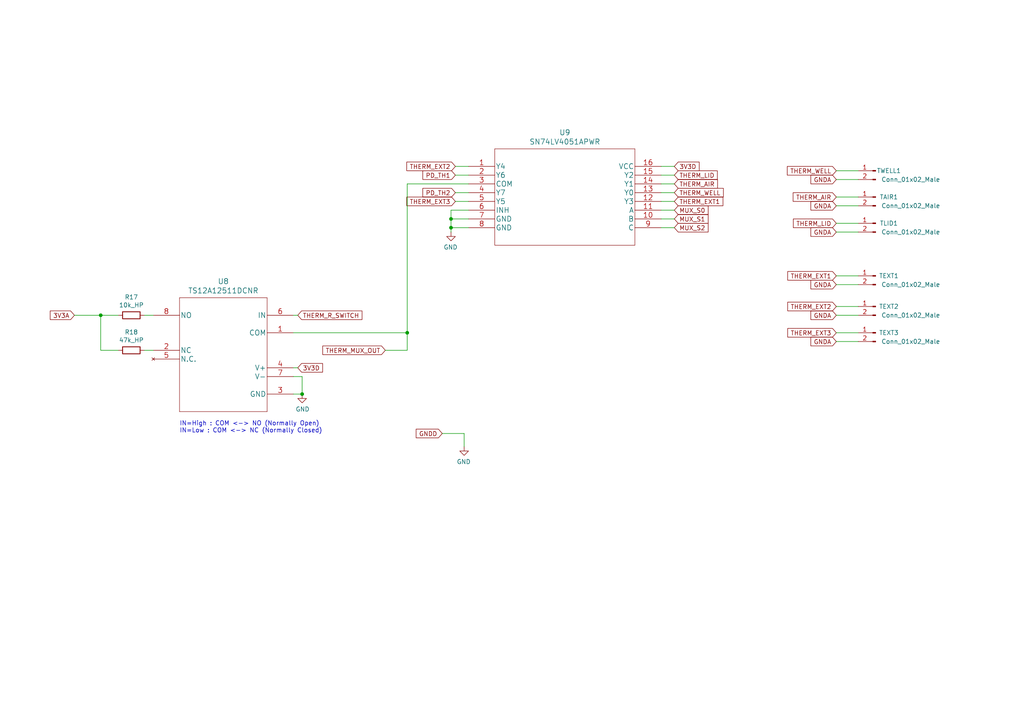
<source format=kicad_sch>
(kicad_sch (version 20211123) (generator eeschema)
  (paper "A4")
  (lib_symbols
    (symbol "Connector:Conn_01x02_Male" (pin_names (offset 1.016) hide)
      (property "Reference" "J" (at 0 2.54 0))
      (property "Value" "Conn_01x02_Male" (at 0 -5.08 0))
      (symbol "Conn_01x02_Male_1_1"
        (polyline (pts (xy 1.27 -2.54) (xy 0.8636 -2.54)) (stroke (width 0.1524)))
        (polyline (pts (xy 1.27 0) (xy 0.8636 0)) (stroke (width 0.1524)))
        (rectangle (start 0.8636 -2.413) (end 0 -2.667) (stroke (width 0.1524)) (fill (type outline)))
        (rectangle (start 0.8636 0.127) (end 0 -0.127) (stroke (width 0.1524)) (fill (type outline)))
        (pin passive line (at 5.08 0 180) (length 3.81) (name "Pin_1") (number "1"))
        (pin passive line (at 5.08 -2.54 180) (length 3.81) (name "Pin_2") (number "2"))
      )
    )
    (symbol "Device:R" (pin_numbers hide) (pin_names (offset 0))
      (property "Reference" "R" (at 2.032 0 90))
      (property "Value" "R" (at 0 0 90))
      (symbol "R_0_1"
        (rectangle (start -1.016 -2.54) (end 1.016 2.54) (stroke (width 0.254)))
      )
      (symbol "R_1_1"
        (pin passive line (at 0 3.81 270) (length 1.27) (name "~") (number "1"))
        (pin passive line (at 0 -3.81 90) (length 1.27) (name "~") (number "2"))
      )
    )
    (symbol "Ninja-qPCR:SN74LV4051APWR" (pin_names (offset 0.254))
      (property "Reference" "U" (at 27.94 10.16 0))
      (property "Value" "Ninja-qPCR_SN74LV4051APWR" (at 27.94 7.62 0))
      (symbol "SN74LV4051APWR_1_1"
        (polyline (pts (xy 7.62 -22.86) (xy 48.26 -22.86)) (stroke (width 0.127)))
        (polyline (pts (xy 7.62 5.08) (xy 7.62 -22.86)) (stroke (width 0.127)))
        (polyline (pts (xy 48.26 -22.86) (xy 48.26 5.08)) (stroke (width 0.127)))
        (polyline (pts (xy 48.26 5.08) (xy 7.62 5.08)) (stroke (width 0.127)))
        (pin output line (at 0 0 0) (length 7.62) (name "Y4") (number "1"))
        (pin input line (at 55.88 -15.24 180) (length 7.62) (name "B") (number "10"))
        (pin input line (at 55.88 -12.7 180) (length 7.62) (name "A") (number "11"))
        (pin output line (at 55.88 -10.16 180) (length 7.62) (name "Y3") (number "12"))
        (pin output line (at 55.88 -7.62 180) (length 7.62) (name "Y0") (number "13"))
        (pin output line (at 55.88 -5.08 180) (length 7.62) (name "Y1") (number "14"))
        (pin output line (at 55.88 -2.54 180) (length 7.62) (name "Y2") (number "15"))
        (pin power_in line (at 55.88 0 180) (length 7.62) (name "VCC") (number "16"))
        (pin output line (at 0 -2.54 0) (length 7.62) (name "Y6") (number "2"))
        (pin input line (at 0 -5.08 0) (length 7.62) (name "COM") (number "3"))
        (pin output line (at 0 -7.62 0) (length 7.62) (name "Y7") (number "4"))
        (pin output line (at 0 -10.16 0) (length 7.62) (name "Y5") (number "5"))
        (pin input line (at 0 -12.7 0) (length 7.62) (name "INH") (number "6"))
        (pin power_in line (at 0 -15.24 0) (length 7.62) (name "GND") (number "7"))
        (pin power_in line (at 0 -17.78 0) (length 7.62) (name "GND") (number "8"))
        (pin input line (at 55.88 -17.78 180) (length 7.62) (name "C") (number "9"))
      )
    )
    (symbol "Ninja-qPCR:TS12A12511DCNR" (pin_names (offset 0.254))
      (property "Reference" "U" (at 20.32 10.16 0))
      (property "Value" "Ninja-qPCR_TS12A12511DCNR" (at 20.32 7.62 0))
      (symbol "TS12A12511DCNR_1_1"
        (polyline (pts (xy 7.62 -27.94) (xy 33.02 -27.94)) (stroke (width 0.127)))
        (polyline (pts (xy 7.62 5.08) (xy 7.62 -27.94)) (stroke (width 0.127)))
        (polyline (pts (xy 33.02 -27.94) (xy 33.02 5.08)) (stroke (width 0.127)))
        (polyline (pts (xy 33.02 5.08) (xy 7.62 5.08)) (stroke (width 0.127)))
        (pin bidirectional line (at 0 -5.08 0) (length 7.62) (name "COM") (number "1"))
        (pin output line (at 40.64 -10.16 180) (length 7.62) (name "NC") (number "2"))
        (pin power_in line (at 0 -22.86 0) (length 7.62) (name "GND") (number "3"))
        (pin power_in line (at 0 -15.24 0) (length 7.62) (name "V+") (number "4"))
        (pin no_connect line (at 40.64 -12.7 180) (length 7.62) (name "N.C.") (number "5"))
        (pin input line (at 0 0 0) (length 7.62) (name "IN") (number "6"))
        (pin power_in line (at 0 -17.78 0) (length 7.62) (name "V-") (number "7"))
        (pin output line (at 40.64 0 180) (length 7.62) (name "NO") (number "8"))
      )
    )
    (symbol "power:GND" (power) (pin_names (offset 0))
      (property "Value" "GND" (at 0 -3.81 0))
      (symbol "GND_0_1"
        (polyline (pts (xy 0 0) (xy 0 -1.27) (xy 1.27 -1.27) (xy 0 -2.54) (xy -1.27 -1.27) (xy 0 -1.27)))
      )
      (symbol "GND_1_1"
        (pin power_in line (at 0 0 270) (length 0) hide (name "GND") (number "1"))
      )
    )
  )
  (junction (at 29.21 91.44))
  (junction (at 130.81 63.5))
  (junction (at 130.81 66.04))
  (junction (at 118.11 96.52))
  (junction (at 87.63 114.3))
  (wire (pts (xy 34.29 101.6) (xy 29.21 101.6)))
  (wire (pts (xy 242.57 49.53) (xy 248.92 49.53)))
  (wire (pts (xy 248.92 82.55) (xy 242.57 82.55)))
  (wire (pts (xy 242.57 64.77) (xy 248.92 64.77)))
  (wire (pts (xy 242.57 96.52) (xy 248.92 96.52)))
  (wire (pts (xy 248.92 67.31) (xy 242.57 67.31)))
  (wire (pts (xy 130.81 66.04) (xy 130.81 63.5)))
  (wire (pts (xy 242.57 80.01) (xy 248.92 80.01)))
  (wire (pts (xy 195.58 53.34) (xy 191.77 53.34)))
  (wire (pts (xy 242.57 88.9) (xy 248.92 88.9)))
  (wire (pts (xy 132.08 58.42) (xy 135.89 58.42)))
  (wire (pts (xy 242.57 91.44) (xy 248.92 91.44)))
  (wire (pts (xy 118.11 53.34) (xy 118.11 96.52)))
  (wire (pts (xy 21.59 91.44) (xy 29.21 91.44)))
  (wire (pts (xy 128.27 125.73) (xy 134.62 125.73)))
  (wire (pts (xy 87.63 109.22) (xy 87.63 114.3)))
  (wire (pts (xy 130.81 63.5) (xy 135.89 63.5)))
  (wire (pts (xy 130.81 60.96) (xy 130.81 63.5)))
  (wire (pts (xy 135.89 50.8) (xy 132.08 50.8)))
  (wire (pts (xy 118.11 101.6) (xy 118.11 96.52)))
  (wire (pts (xy 87.63 114.3) (xy 85.09 114.3)))
  (wire (pts (xy 195.58 63.5) (xy 191.77 63.5)))
  (wire (pts (xy 85.09 109.22) (xy 87.63 109.22)))
  (wire (pts (xy 44.45 91.44) (xy 41.91 91.44)))
  (wire (pts (xy 132.08 55.88) (xy 135.89 55.88)))
  (wire (pts (xy 135.89 53.34) (xy 118.11 53.34)))
  (wire (pts (xy 135.89 66.04) (xy 130.81 66.04)))
  (wire (pts (xy 195.58 55.88) (xy 191.77 55.88)))
  (wire (pts (xy 242.57 52.07) (xy 248.92 52.07)))
  (wire (pts (xy 132.08 48.26) (xy 135.89 48.26)))
  (wire (pts (xy 195.58 66.04) (xy 191.77 66.04)))
  (wire (pts (xy 111.76 101.6) (xy 118.11 101.6)))
  (wire (pts (xy 29.21 91.44) (xy 34.29 91.44)))
  (wire (pts (xy 135.89 60.96) (xy 130.81 60.96)))
  (wire (pts (xy 130.81 67.31) (xy 130.81 66.04)))
  (wire (pts (xy 195.58 48.26) (xy 191.77 48.26)))
  (wire (pts (xy 248.92 59.69) (xy 242.57 59.69)))
  (wire (pts (xy 242.57 99.06) (xy 248.92 99.06)))
  (wire (pts (xy 134.62 125.73) (xy 134.62 129.54)))
  (wire (pts (xy 195.58 60.96) (xy 191.77 60.96)))
  (wire (pts (xy 86.36 91.44) (xy 85.09 91.44)))
  (wire (pts (xy 248.92 57.15) (xy 242.57 57.15)))
  (wire (pts (xy 41.91 101.6) (xy 44.45 101.6)))
  (wire (pts (xy 85.09 106.68) (xy 86.36 106.68)))
  (wire (pts (xy 195.58 58.42) (xy 191.77 58.42)))
  (wire (pts (xy 29.21 101.6) (xy 29.21 91.44)))
  (wire (pts (xy 85.09 96.52) (xy 118.11 96.52)))
  (wire (pts (xy 195.58 50.8) (xy 191.77 50.8)))
  (text "IN=High : COM <-> NO (Normally Open)\nIN=Low : COM <-> NC (Normally Closed)" (at 52.07 125.73 0) (effects (font (size 1.27 1.27)) (justify left bottom)))
  (global_label "MUX_S2" (shape input) (at 195.58 66.04 0) (property "Intersheet References" "${INTERSHEET_REFS}" (effects hide)))
  (global_label "THERM_EXT2" (shape input) (at 242.57 88.9 180) (property "Intersheet References" "${INTERSHEET_REFS}" (effects hide)))
  (global_label "GNDA" (shape input) (at 242.57 59.69 180) (property "Intersheet References" "${INTERSHEET_REFS}" (effects hide)))
  (global_label "THERM_EXT1" (shape input) (at 242.57 80.01 180) (property "Intersheet References" "${INTERSHEET_REFS}" (effects hide)))
  (global_label "THERM_WELL" (shape input) (at 195.58 55.88 0) (property "Intersheet References" "${INTERSHEET_REFS}" (effects hide)))
  (global_label "THERM_EXT2" (shape input) (at 132.08 48.26 180) (property "Intersheet References" "${INTERSHEET_REFS}" (effects hide)))
  (global_label "GNDA" (shape input) (at 242.57 82.55 180) (property "Intersheet References" "${INTERSHEET_REFS}" (effects hide)))
  (global_label "3V3D" (shape input) (at 86.36 106.68 0) (property "Intersheet References" "${INTERSHEET_REFS}" (effects hide)))
  (global_label "THERM_MUX_OUT" (shape input) (at 111.76 101.6 180) (property "Intersheet References" "${INTERSHEET_REFS}" (effects hide)))
  (global_label "PD_TH1" (shape input) (at 132.08 50.8 180) (property "Intersheet References" "${INTERSHEET_REFS}" (effects hide)))
  (global_label "3V3D" (shape input) (at 195.58 48.26 0) (property "Intersheet References" "${INTERSHEET_REFS}" (effects hide)))
  (global_label "MUX_S0" (shape input) (at 195.58 60.96 0) (property "Intersheet References" "${INTERSHEET_REFS}" (effects hide)))
  (global_label "GNDA" (shape input) (at 242.57 99.06 180) (property "Intersheet References" "${INTERSHEET_REFS}" (effects hide)))
  (global_label "THERM_EXT1" (shape input) (at 195.58 58.42 0) (property "Intersheet References" "${INTERSHEET_REFS}" (effects hide)))
  (global_label "THERM_AIR" (shape input) (at 242.57 57.15 180) (property "Intersheet References" "${INTERSHEET_REFS}" (effects hide)))
  (global_label "PD_TH2" (shape input) (at 132.08 55.88 180) (property "Intersheet References" "${INTERSHEET_REFS}" (effects hide)))
  (global_label "THERM_LID" (shape input) (at 242.57 64.77 180) (property "Intersheet References" "${INTERSHEET_REFS}" (effects hide)))
  (global_label "GNDA" (shape input) (at 242.57 91.44 180) (property "Intersheet References" "${INTERSHEET_REFS}" (effects hide)))
  (global_label "THERM_EXT3" (shape input) (at 242.57 96.52 180) (property "Intersheet References" "${INTERSHEET_REFS}" (effects hide)))
  (global_label "3V3A" (shape input) (at 21.59 91.44 180) (property "Intersheet References" "${INTERSHEET_REFS}" (effects hide)))
  (global_label "THERM_AIR" (shape input) (at 195.58 53.34 0) (property "Intersheet References" "${INTERSHEET_REFS}" (effects hide)))
  (global_label "GNDA" (shape input) (at 242.57 52.07 180) (property "Intersheet References" "${INTERSHEET_REFS}" (effects hide)))
  (global_label "GNDA" (shape input) (at 242.57 67.31 180) (property "Intersheet References" "${INTERSHEET_REFS}" (effects hide)))
  (global_label "THERM_WELL" (shape input) (at 242.57 49.53 180) (property "Intersheet References" "${INTERSHEET_REFS}" (effects hide)))
  (global_label "THERM_EXT3" (shape input) (at 132.08 58.42 180) (property "Intersheet References" "${INTERSHEET_REFS}" (effects hide)))
  (global_label "GNDD" (shape input) (at 128.27 125.73 180) (property "Intersheet References" "${INTERSHEET_REFS}" (effects hide)))
  (global_label "THERM_R_SWITCH" (shape input) (at 86.36 91.44 0) (property "Intersheet References" "${INTERSHEET_REFS}" (effects hide)))
  (global_label "MUX_S1" (shape input) (at 195.58 63.5 0) (property "Intersheet References" "${INTERSHEET_REFS}" (effects hide)))
  (global_label "THERM_LID" (shape input) (at 195.58 50.8 0) (property "Intersheet References" "${INTERSHEET_REFS}" (effects hide)))
  (symbol (lib_id "power:GND") (at 130.81 67.31 0) (mirror y) (unit 1)
    (property "Reference" "#PWR010" (effects hide))
    (property "Value" "GND" (at 130.683 71.7042 0))
  )
  (symbol (lib_id "power:GND") (at 134.62 129.54 0) (mirror y) (unit 1)
    (property "Reference" "#PWR011" (effects hide))
    (property "Value" "GND" (at 134.493 133.9342 0))
  )
  (symbol (lib_id "Ninja-qPCR:TS12A12511DCNR") (at 85.09 91.44 0) (mirror y) (unit 1)
    (property "Reference" "U8" (at 64.77 81.6102 0) (effects (font (size 1.524 1.524))))
    (property "Value" "TS12A12511DCNR" (at 64.77 84.3026 0) (effects (font (size 1.524 1.524))))
    (property "Footprint" "TO_SOT_Packages_SMD:SOT-23-8" (effects hide))
  )
  (symbol (lib_id "Ninja-qPCR:SN74LV4051APWR") (at 135.89 48.26 0) (unit 1)
    (property "Reference" "U9" (at 163.83 38.4302 0) (effects (font (size 1.524 1.524))))
    (property "Value" "SN74LV4051APWR" (at 163.83 41.1226 0) (effects (font (size 1.524 1.524))))
    (property "Footprint" "Ninja-qPCR:SN74LV4051APWR" (effects hide))
  )
  (symbol (lib_id "power:GND") (at 87.63 114.3 0) (unit 1)
    (property "Reference" "#PWR09" (effects hide))
    (property "Value" "GND" (at 87.757 118.6942 0))
  )
  (symbol (lib_id "Device:R") (at 38.1 101.6 90) (mirror x) (unit 1)
    (property "Reference" "R18" (at 38.1 96.3422 90))
    (property "Value" "47k_HP" (at 38.1 98.6536 90))
    (property "Footprint" "Resistors_SMD:R_0603" (effects hide))
  )
  (symbol (lib_id "Device:R") (at 38.1 91.44 90) (mirror x) (unit 1)
    (property "Reference" "R17" (at 38.1 86.1822 90))
    (property "Value" "10k_HP" (at 38.1 88.4936 90))
    (property "Footprint" "Resistors_SMD:R_0603" (effects hide))
  )
  (symbol (lib_id "Connector:Conn_01x02_Male") (at 254 80.01 0) (mirror y) (unit 1)
    (property "Reference" "TEXT1" (at 257.81 80.01 0))
    (property "Value" "Conn_01x02_Male" (at 264.16 82.55 0))
    (property "Footprint" "Pin_Headers:Pin_Header_Straight_1x02_Pitch2.54mm" (effects hide))
  )
  (symbol (lib_id "Connector:Conn_01x02_Male") (at 254 64.77 0) (mirror y) (unit 1)
    (property "Reference" "TLID1" (at 257.81 64.77 0))
    (property "Value" "Conn_01x02_Male" (at 264.16 67.31 0))
    (property "Footprint" "Pin_Headers:Pin_Header_Straight_1x02_Pitch2.54mm" (effects hide))
  )
  (symbol (lib_id "Connector:Conn_01x02_Male") (at 254 88.9 0) (mirror y) (unit 1)
    (property "Reference" "TEXT2" (at 257.81 88.9 0))
    (property "Value" "Conn_01x02_Male" (at 264.16 91.44 0))
    (property "Footprint" "Pin_Headers:Pin_Header_Straight_1x02_Pitch2.54mm" (effects hide))
  )
  (symbol (lib_id "Connector:Conn_01x02_Male") (at 254 57.15 0) (mirror y) (unit 1)
    (property "Reference" "TAIR1" (at 257.81 57.15 0))
    (property "Value" "Conn_01x02_Male" (at 264.16 59.69 0))
    (property "Footprint" "Pin_Headers:Pin_Header_Straight_1x02_Pitch2.54mm" (effects hide))
  )
  (symbol (lib_id "Connector:Conn_01x02_Male") (at 254 49.53 0) (mirror y) (unit 1)
    (property "Reference" "TWELL1" (at 257.81 49.53 0))
    (property "Value" "Conn_01x02_Male" (at 264.16 52.07 0))
    (property "Footprint" "Pin_Headers:Pin_Header_Straight_1x02_Pitch2.54mm" (effects hide))
  )
  (symbol (lib_id "Connector:Conn_01x02_Male") (at 254 96.52 0) (mirror y) (unit 1)
    (property "Reference" "TEXT3" (at 257.81 96.52 0))
    (property "Value" "Conn_01x02_Male" (at 264.16 99.06 0))
    (property "Footprint" "Pin_Headers:Pin_Header_Straight_1x02_Pitch2.54mm" (effects hide))
  )
)
</source>
